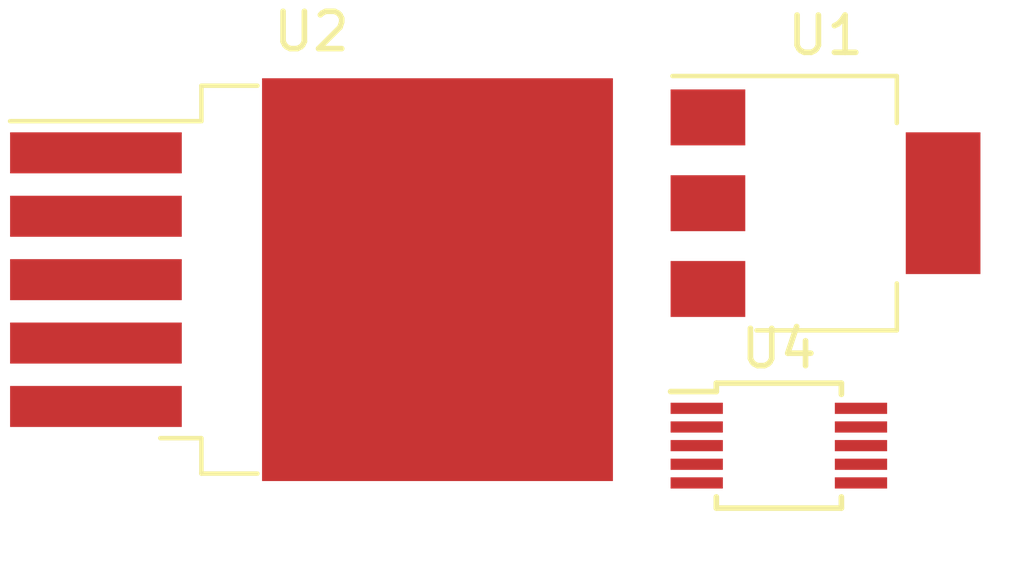
<source format=kicad_pcb>
(kicad_pcb (version 20171130) (host pcbnew 5.1.5+dfsg1-2build2)

  (general
    (thickness 1.6)
    (drawings 0)
    (tracks 0)
    (zones 0)
    (modules 3)
    (nets 5)
  )

  (page A4)
  (layers
    (0 F.Cu signal)
    (31 B.Cu signal)
    (32 B.Adhes user)
    (33 F.Adhes user)
    (34 B.Paste user)
    (35 F.Paste user)
    (36 B.SilkS user)
    (37 F.SilkS user)
    (38 B.Mask user)
    (39 F.Mask user)
    (40 Dwgs.User user)
    (41 Cmts.User user)
    (42 Eco1.User user)
    (43 Eco2.User user)
    (44 Edge.Cuts user)
    (45 Margin user)
    (46 B.CrtYd user)
    (47 F.CrtYd user)
    (48 B.Fab user)
    (49 F.Fab user)
  )

  (setup
    (last_trace_width 0.25)
    (trace_clearance 0.2)
    (zone_clearance 0.508)
    (zone_45_only no)
    (trace_min 0.2)
    (via_size 0.8)
    (via_drill 0.4)
    (via_min_size 0.4)
    (via_min_drill 0.3)
    (uvia_size 0.3)
    (uvia_drill 0.1)
    (uvias_allowed no)
    (uvia_min_size 0.2)
    (uvia_min_drill 0.1)
    (edge_width 0.05)
    (segment_width 0.2)
    (pcb_text_width 0.3)
    (pcb_text_size 1.5 1.5)
    (mod_edge_width 0.12)
    (mod_text_size 1 1)
    (mod_text_width 0.15)
    (pad_size 1.524 1.524)
    (pad_drill 0.762)
    (pad_to_mask_clearance 0.051)
    (solder_mask_min_width 0.25)
    (aux_axis_origin 0 0)
    (visible_elements FFFFFF7F)
    (pcbplotparams
      (layerselection 0x010fc_ffffffff)
      (usegerberextensions false)
      (usegerberattributes false)
      (usegerberadvancedattributes false)
      (creategerberjobfile false)
      (excludeedgelayer true)
      (linewidth 0.100000)
      (plotframeref false)
      (viasonmask false)
      (mode 1)
      (useauxorigin false)
      (hpglpennumber 1)
      (hpglpenspeed 20)
      (hpglpendiameter 15.000000)
      (psnegative false)
      (psa4output false)
      (plotreference true)
      (plotvalue true)
      (plotinvisibletext false)
      (padsonsilk false)
      (subtractmaskfromsilk false)
      (outputformat 1)
      (mirror false)
      (drillshape 1)
      (scaleselection 1)
      (outputdirectory ""))
  )

  (net 0 "")
  (net 1 GND)
  (net 2 +12V)
  (net 3 +5V)
  (net 4 /fb)

  (net_class Default "This is the default net class."
    (clearance 0.2)
    (trace_width 0.25)
    (via_dia 0.8)
    (via_drill 0.4)
    (uvia_dia 0.3)
    (uvia_drill 0.1)
    (add_net +12V)
    (add_net +5V)
    (add_net /fb)
    (add_net /scl)
    (add_net /sda)
    (add_net GND)
    (add_net "Net-(C10-Pad1)")
    (add_net "Net-(D1-Pad1)")
    (add_net "Net-(Rl1-Pad1)")
  )

  (module Package_SO:MSOP-10_3x3mm_P0.5mm (layer F.Cu) (tedit 5A02F25C) (tstamp 60D4AF09)
    (at 156.23 81.43)
    (descr "10-Lead Plastic Micro Small Outline Package (MS) [MSOP] (see Microchip Packaging Specification 00000049BS.pdf)")
    (tags "SSOP 0.5")
    (path /609C4F75)
    (attr smd)
    (fp_text reference U4 (at 0 -2.6) (layer F.SilkS)
      (effects (font (size 1 1) (thickness 0.15)))
    )
    (fp_text value AD5272BRMZ-20 (at 0 2.6) (layer F.Fab)
      (effects (font (size 1 1) (thickness 0.15)))
    )
    (fp_text user %R (at 0 0) (layer F.Fab)
      (effects (font (size 0.6 0.6) (thickness 0.15)))
    )
    (fp_line (start -1.675 -1.45) (end -2.9 -1.45) (layer F.SilkS) (width 0.15))
    (fp_line (start -1.675 1.675) (end 1.675 1.675) (layer F.SilkS) (width 0.15))
    (fp_line (start -1.675 -1.675) (end 1.675 -1.675) (layer F.SilkS) (width 0.15))
    (fp_line (start -1.675 1.675) (end -1.675 1.375) (layer F.SilkS) (width 0.15))
    (fp_line (start 1.675 1.675) (end 1.675 1.375) (layer F.SilkS) (width 0.15))
    (fp_line (start 1.675 -1.675) (end 1.675 -1.375) (layer F.SilkS) (width 0.15))
    (fp_line (start -1.675 -1.675) (end -1.675 -1.45) (layer F.SilkS) (width 0.15))
    (fp_line (start -3.15 1.85) (end 3.15 1.85) (layer F.CrtYd) (width 0.05))
    (fp_line (start -3.15 -1.85) (end 3.15 -1.85) (layer F.CrtYd) (width 0.05))
    (fp_line (start 3.15 -1.85) (end 3.15 1.85) (layer F.CrtYd) (width 0.05))
    (fp_line (start -3.15 -1.85) (end -3.15 1.85) (layer F.CrtYd) (width 0.05))
    (fp_line (start -1.5 -0.5) (end -0.5 -1.5) (layer F.Fab) (width 0.15))
    (fp_line (start -1.5 1.5) (end -1.5 -0.5) (layer F.Fab) (width 0.15))
    (fp_line (start 1.5 1.5) (end -1.5 1.5) (layer F.Fab) (width 0.15))
    (fp_line (start 1.5 -1.5) (end 1.5 1.5) (layer F.Fab) (width 0.15))
    (fp_line (start -0.5 -1.5) (end 1.5 -1.5) (layer F.Fab) (width 0.15))
    (pad 10 smd rect (at 2.2 -1) (size 1.4 0.3) (layers F.Cu F.Paste F.Mask)
      (net 1 GND))
    (pad 9 smd rect (at 2.2 -0.5) (size 1.4 0.3) (layers F.Cu F.Paste F.Mask))
    (pad 8 smd rect (at 2.2 0) (size 1.4 0.3) (layers F.Cu F.Paste F.Mask))
    (pad 7 smd rect (at 2.2 0.5) (size 1.4 0.3) (layers F.Cu F.Paste F.Mask)
      (net 3 +5V))
    (pad 6 smd rect (at 2.2 1) (size 1.4 0.3) (layers F.Cu F.Paste F.Mask)
      (net 1 GND))
    (pad 5 smd rect (at -2.2 1) (size 1.4 0.3) (layers F.Cu F.Paste F.Mask))
    (pad 4 smd rect (at -2.2 0.5) (size 1.4 0.3) (layers F.Cu F.Paste F.Mask)
      (net 1 GND))
    (pad 3 smd rect (at -2.2 0) (size 1.4 0.3) (layers F.Cu F.Paste F.Mask))
    (pad 2 smd rect (at -2.2 -0.5) (size 1.4 0.3) (layers F.Cu F.Paste F.Mask)
      (net 4 /fb))
    (pad 1 smd rect (at -2.2 -1) (size 1.4 0.3) (layers F.Cu F.Paste F.Mask)
      (net 3 +5V))
    (model ${KISYS3DMOD}/Package_SO.3dshapes/MSOP-10_3x3mm_P0.5mm.wrl
      (at (xyz 0 0 0))
      (scale (xyz 1 1 1))
      (rotate (xyz 0 0 0))
    )
  )

  (module Package_TO_SOT_SMD:TO-263-5_TabPin3 (layer F.Cu) (tedit 5A70FBB6) (tstamp 60D4AEEA)
    (at 143.71 76.98)
    (descr "TO-263 / D2PAK / DDPAK SMD package, http://www.infineon.com/cms/en/product/packages/PG-TO263/PG-TO263-5-1/")
    (tags "D2PAK DDPAK TO-263 D2PAK-5 TO-263-5 SOT-426")
    (path /609CFF6A)
    (attr smd)
    (fp_text reference U2 (at 0 -6.65) (layer F.SilkS)
      (effects (font (size 1 1) (thickness 0.15)))
    )
    (fp_text value LM2596S-ADJ (at 0 6.65) (layer F.Fab)
      (effects (font (size 1 1) (thickness 0.15)))
    )
    (fp_text user %R (at 0 0) (layer F.Fab)
      (effects (font (size 1 1) (thickness 0.15)))
    )
    (fp_line (start 8.32 -5.65) (end -8.32 -5.65) (layer F.CrtYd) (width 0.05))
    (fp_line (start 8.32 5.65) (end 8.32 -5.65) (layer F.CrtYd) (width 0.05))
    (fp_line (start -8.32 5.65) (end 8.32 5.65) (layer F.CrtYd) (width 0.05))
    (fp_line (start -8.32 -5.65) (end -8.32 5.65) (layer F.CrtYd) (width 0.05))
    (fp_line (start -2.95 4.25) (end -4.05 4.25) (layer F.SilkS) (width 0.12))
    (fp_line (start -2.95 5.2) (end -2.95 4.25) (layer F.SilkS) (width 0.12))
    (fp_line (start -1.45 5.2) (end -2.95 5.2) (layer F.SilkS) (width 0.12))
    (fp_line (start -2.95 -4.25) (end -8.075 -4.25) (layer F.SilkS) (width 0.12))
    (fp_line (start -2.95 -5.2) (end -2.95 -4.25) (layer F.SilkS) (width 0.12))
    (fp_line (start -1.45 -5.2) (end -2.95 -5.2) (layer F.SilkS) (width 0.12))
    (fp_line (start -7.45 3.8) (end -2.75 3.8) (layer F.Fab) (width 0.1))
    (fp_line (start -7.45 3) (end -7.45 3.8) (layer F.Fab) (width 0.1))
    (fp_line (start -2.75 3) (end -7.45 3) (layer F.Fab) (width 0.1))
    (fp_line (start -7.45 2.1) (end -2.75 2.1) (layer F.Fab) (width 0.1))
    (fp_line (start -7.45 1.3) (end -7.45 2.1) (layer F.Fab) (width 0.1))
    (fp_line (start -2.75 1.3) (end -7.45 1.3) (layer F.Fab) (width 0.1))
    (fp_line (start -7.45 0.4) (end -2.75 0.4) (layer F.Fab) (width 0.1))
    (fp_line (start -7.45 -0.4) (end -7.45 0.4) (layer F.Fab) (width 0.1))
    (fp_line (start -2.75 -0.4) (end -7.45 -0.4) (layer F.Fab) (width 0.1))
    (fp_line (start -7.45 -1.3) (end -2.75 -1.3) (layer F.Fab) (width 0.1))
    (fp_line (start -7.45 -2.1) (end -7.45 -1.3) (layer F.Fab) (width 0.1))
    (fp_line (start -2.75 -2.1) (end -7.45 -2.1) (layer F.Fab) (width 0.1))
    (fp_line (start -7.45 -3) (end -2.75 -3) (layer F.Fab) (width 0.1))
    (fp_line (start -7.45 -3.8) (end -7.45 -3) (layer F.Fab) (width 0.1))
    (fp_line (start -2.75 -3.8) (end -7.45 -3.8) (layer F.Fab) (width 0.1))
    (fp_line (start -1.75 -5) (end 6.5 -5) (layer F.Fab) (width 0.1))
    (fp_line (start -2.75 -4) (end -1.75 -5) (layer F.Fab) (width 0.1))
    (fp_line (start -2.75 5) (end -2.75 -4) (layer F.Fab) (width 0.1))
    (fp_line (start 6.5 5) (end -2.75 5) (layer F.Fab) (width 0.1))
    (fp_line (start 6.5 -5) (end 6.5 5) (layer F.Fab) (width 0.1))
    (fp_line (start 7.5 5) (end 6.5 5) (layer F.Fab) (width 0.1))
    (fp_line (start 7.5 -5) (end 7.5 5) (layer F.Fab) (width 0.1))
    (fp_line (start 6.5 -5) (end 7.5 -5) (layer F.Fab) (width 0.1))
    (pad "" smd rect (at 0.95 2.775) (size 4.55 5.25) (layers F.Paste))
    (pad "" smd rect (at 5.8 -2.775) (size 4.55 5.25) (layers F.Paste))
    (pad "" smd rect (at 0.95 -2.775) (size 4.55 5.25) (layers F.Paste))
    (pad "" smd rect (at 5.8 2.775) (size 4.55 5.25) (layers F.Paste))
    (pad 3 smd rect (at 3.375 0) (size 9.4 10.8) (layers F.Cu F.Mask)
      (net 1 GND))
    (pad 5 smd rect (at -5.775 3.4) (size 4.6 1.1) (layers F.Cu F.Paste F.Mask)
      (net 1 GND))
    (pad 4 smd rect (at -5.775 1.7) (size 4.6 1.1) (layers F.Cu F.Paste F.Mask)
      (net 4 /fb))
    (pad 3 smd rect (at -5.775 0) (size 4.6 1.1) (layers F.Cu F.Paste F.Mask)
      (net 1 GND))
    (pad 2 smd rect (at -5.775 -1.7) (size 4.6 1.1) (layers F.Cu F.Paste F.Mask))
    (pad 1 smd rect (at -5.775 -3.4) (size 4.6 1.1) (layers F.Cu F.Paste F.Mask)
      (net 2 +12V))
    (model ${KISYS3DMOD}/Package_TO_SOT_SMD.3dshapes/TO-263-5_TabPin3.wrl
      (at (xyz 0 0 0))
      (scale (xyz 1 1 1))
      (rotate (xyz 0 0 0))
    )
  )

  (module Package_TO_SOT_SMD:SOT-223-3_TabPin2 (layer F.Cu) (tedit 5A02FF57) (tstamp 60D4AEBA)
    (at 157.48 74.93)
    (descr "module CMS SOT223 4 pins")
    (tags "CMS SOT")
    (path /60A301AD)
    (attr smd)
    (fp_text reference U1 (at 0 -4.5) (layer F.SilkS)
      (effects (font (size 1 1) (thickness 0.15)))
    )
    (fp_text value AMS1117-5.0 (at 0 4.5) (layer F.Fab)
      (effects (font (size 1 1) (thickness 0.15)))
    )
    (fp_line (start 1.85 -3.35) (end 1.85 3.35) (layer F.Fab) (width 0.1))
    (fp_line (start -1.85 3.35) (end 1.85 3.35) (layer F.Fab) (width 0.1))
    (fp_line (start -4.1 -3.41) (end 1.91 -3.41) (layer F.SilkS) (width 0.12))
    (fp_line (start -0.85 -3.35) (end 1.85 -3.35) (layer F.Fab) (width 0.1))
    (fp_line (start -1.85 3.41) (end 1.91 3.41) (layer F.SilkS) (width 0.12))
    (fp_line (start -1.85 -2.35) (end -1.85 3.35) (layer F.Fab) (width 0.1))
    (fp_line (start -1.85 -2.35) (end -0.85 -3.35) (layer F.Fab) (width 0.1))
    (fp_line (start -4.4 -3.6) (end -4.4 3.6) (layer F.CrtYd) (width 0.05))
    (fp_line (start -4.4 3.6) (end 4.4 3.6) (layer F.CrtYd) (width 0.05))
    (fp_line (start 4.4 3.6) (end 4.4 -3.6) (layer F.CrtYd) (width 0.05))
    (fp_line (start 4.4 -3.6) (end -4.4 -3.6) (layer F.CrtYd) (width 0.05))
    (fp_line (start 1.91 -3.41) (end 1.91 -2.15) (layer F.SilkS) (width 0.12))
    (fp_line (start 1.91 3.41) (end 1.91 2.15) (layer F.SilkS) (width 0.12))
    (fp_text user %R (at 0 0 90) (layer F.Fab)
      (effects (font (size 0.8 0.8) (thickness 0.12)))
    )
    (pad 1 smd rect (at -3.15 -2.3) (size 2 1.5) (layers F.Cu F.Paste F.Mask)
      (net 1 GND))
    (pad 3 smd rect (at -3.15 2.3) (size 2 1.5) (layers F.Cu F.Paste F.Mask)
      (net 2 +12V))
    (pad 2 smd rect (at -3.15 0) (size 2 1.5) (layers F.Cu F.Paste F.Mask)
      (net 3 +5V))
    (pad 2 smd rect (at 3.15 0) (size 2 3.8) (layers F.Cu F.Paste F.Mask)
      (net 3 +5V))
    (model ${KISYS3DMOD}/Package_TO_SOT_SMD.3dshapes/SOT-223.wrl
      (at (xyz 0 0 0))
      (scale (xyz 1 1 1))
      (rotate (xyz 0 0 0))
    )
  )

)

</source>
